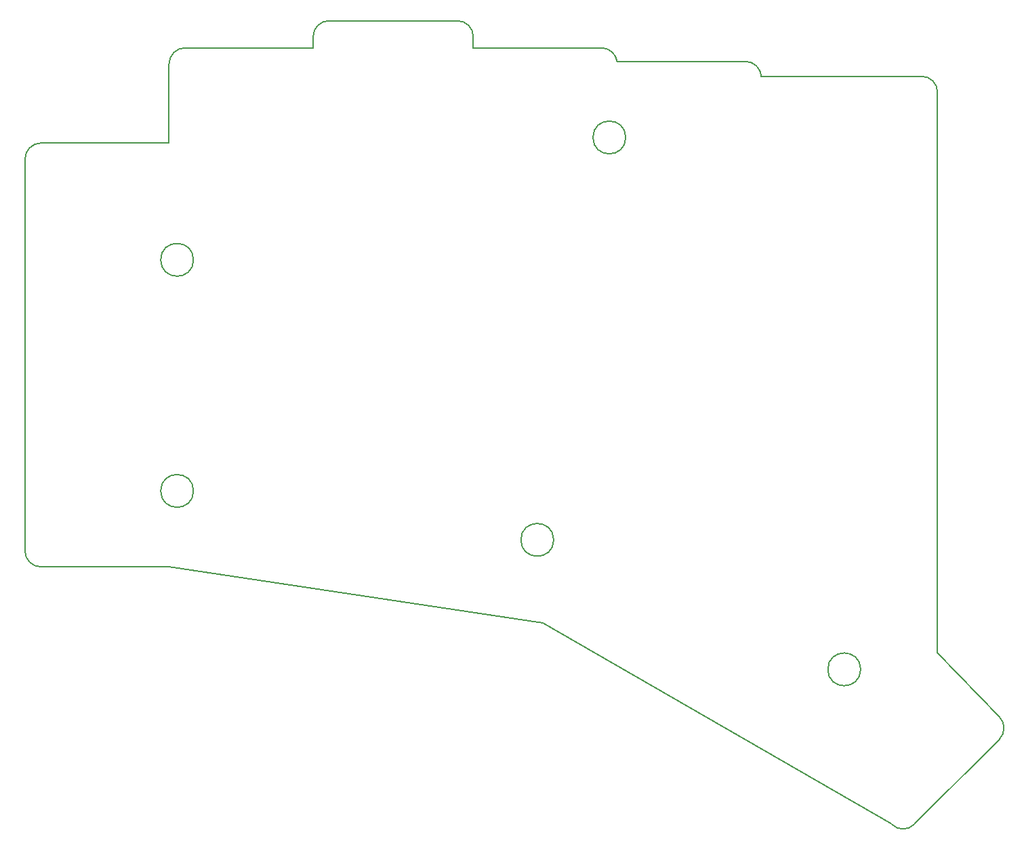
<source format=gbr>
G04 #@! TF.GenerationSoftware,KiCad,Pcbnew,5.1.5+dfsg1-2build2*
G04 #@! TF.CreationDate,2021-10-14T21:44:17+00:00*
G04 #@! TF.ProjectId,board,626f6172-642e-46b6-9963-61645f706362,VERSION_HERE*
G04 #@! TF.SameCoordinates,Original*
G04 #@! TF.FileFunction,Profile,NP*
%FSLAX46Y46*%
G04 Gerber Fmt 4.6, Leading zero omitted, Abs format (unit mm)*
G04 Created by KiCad (PCBNEW 5.1.5+dfsg1-2build2) date 2021-10-14 21:44:17*
%MOMM*%
%LPD*%
G04 APERTURE LIST*
G04 #@! TA.AperFunction,Profile*
%ADD10C,0.150000*%
G04 #@! TD*
G04 APERTURE END LIST*
D10*
X10000000Y-9500000D02*
X26000000Y-9500000D01*
X8000000Y-7500000D02*
X8000000Y41500000D01*
X10000000Y-9500000D02*
G75*
G02X8000000Y-7500000I0J2000000D01*
G01*
X26000000Y43500000D02*
X10000000Y43500000D01*
X8000000Y41500000D02*
G75*
G02X10000000Y43500000I2000000J0D01*
G01*
X44000000Y55400000D02*
X28000000Y55400000D01*
X26000000Y53400000D02*
G75*
G02X28000000Y55400000I2000000J0D01*
G01*
X26000000Y53400000D02*
X26000000Y43500000D01*
X64000000Y55400000D02*
X64000000Y56800000D01*
X62000000Y58800000D02*
G75*
G02X64000000Y56800000I0J-2000000D01*
G01*
X62000000Y58800000D02*
X46000000Y58800000D01*
X44000000Y56800000D02*
G75*
G02X46000000Y58800000I2000000J0D01*
G01*
X44000000Y56800000D02*
X44000000Y55400000D01*
X80000000Y55400000D02*
G75*
G02X81977391Y53699872I0J-2000000D01*
G01*
X80000000Y55400000D02*
X64000000Y55400000D01*
X98000000Y53700000D02*
G75*
G02X99994367Y51850000I0J-2000000D01*
G01*
X98000000Y53700000D02*
X82000000Y53700000D01*
X81977391Y53699872D02*
G75*
G02X82000000Y53700000I22609J-1999872D01*
G01*
X119117258Y-41686664D02*
G75*
G02X116288831Y-41686665I-1414214J1414213D01*
G01*
X119117258Y-41686665D02*
X129723860Y-31080063D01*
X129723859Y-28251636D02*
G75*
G02X129723860Y-31080063I-1414213J-1414214D01*
G01*
X122000000Y-20208734D02*
X129723860Y-28251636D01*
X116288831Y-41686665D02*
X72707107Y-16524745D01*
X72707107Y-16524745D02*
X26000000Y-9500000D01*
X122000000Y-20208734D02*
X122000000Y49850000D01*
X120000000Y51850000D02*
G75*
G02X122000000Y49850000I0J-2000000D01*
G01*
X120000000Y51850000D02*
X99994367Y51850000D01*
X29050000Y28900000D02*
G75*
G03X29050000Y28900000I-2050000J0D01*
G01*
X29050000Y0D02*
G75*
G03X29050000Y0I-2050000J0D01*
G01*
X83050000Y44200000D02*
G75*
G03X83050000Y44200000I-2050000J0D01*
G01*
X74050000Y-6120000D02*
G75*
G03X74050000Y-6120000I-2050000J0D01*
G01*
X112399134Y-22311939D02*
G75*
G03X112399134Y-22311939I-2050000J0D01*
G01*
M02*

</source>
